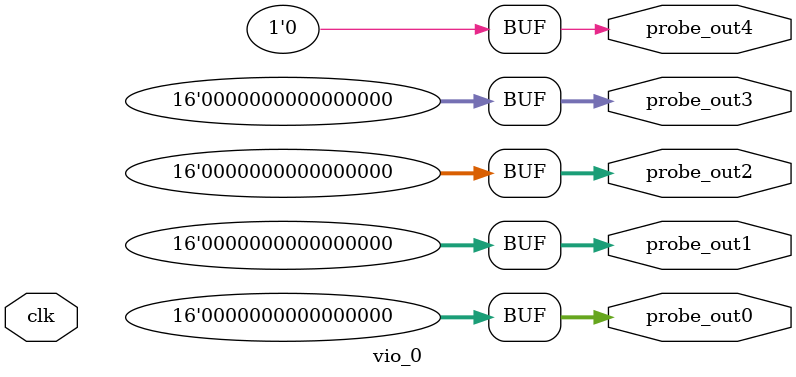
<source format=v>
`timescale 1ns / 1ps
module vio_0 (
clk,

probe_out0,
probe_out1,
probe_out2,
probe_out3,
probe_out4
);

input clk;

output reg [15 : 0] probe_out0 = 'h0000 ;
output reg [15 : 0] probe_out1 = 'h0000 ;
output reg [15 : 0] probe_out2 = 'h0000 ;
output reg [15 : 0] probe_out3 = 'h0000 ;
output reg [0 : 0] probe_out4 = 'h0 ;


endmodule

</source>
